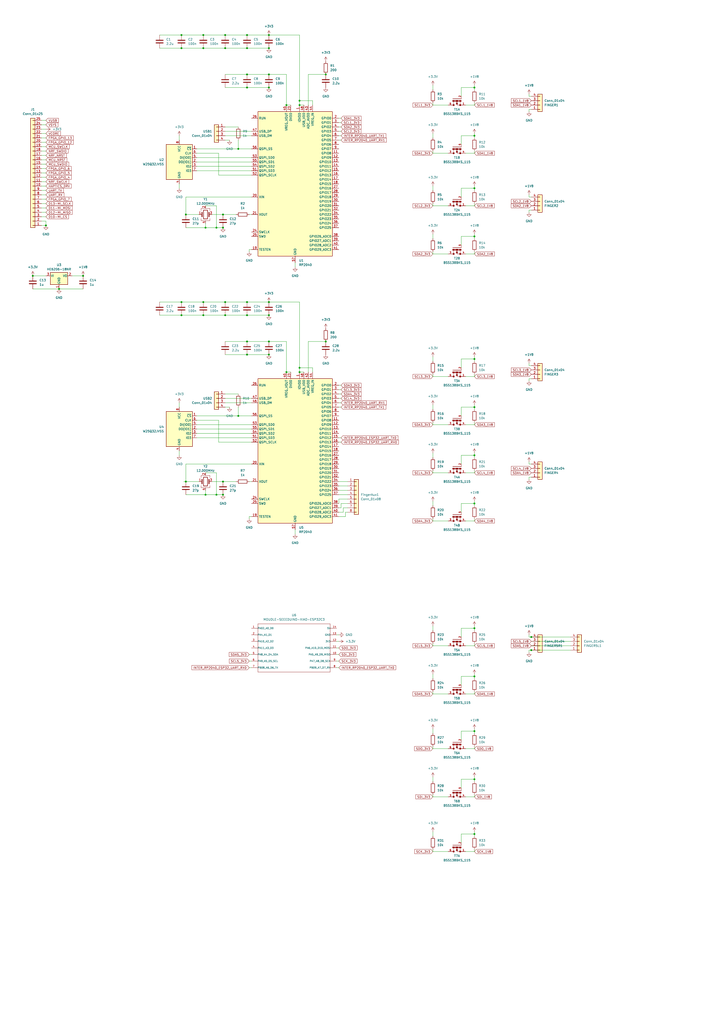
<source format=kicad_sch>
(kicad_sch (version 20230121) (generator eeschema)
  (paper "A2" portrait)
  (junction (at 107.95 124.46))
  (junction (at 107.95 279.4))
  (junction (at 125.73 287.02))
  (junction (at 166.37 60.96))
  (junction (at 275.59 137.16))
  (junction (at 173.99 213.36))
  (junction (at 119.38 287.02))
  (junction (at 130.81 182.88))
  (junction (at 138.43 241.3))
  (junction (at 143.51 205.74))
  (junction (at 166.37 215.9))
  (junction (at 308.61 377.19))
  (junction (at 275.59 78.74))
  (junction (at 275.59 483.87))
  (junction (at 275.59 452.12))
  (junction (at 105.41 182.88))
  (junction (at 105.41 20.32))
  (junction (at 118.11 182.88))
  (junction (at 275.59 208.28))
  (junction (at 143.51 20.32))
  (junction (at 118.11 175.26))
  (junction (at 105.41 175.26))
  (junction (at 308.61 369.57))
  (junction (at 173.99 58.42))
  (junction (at 129.54 124.46))
  (junction (at 173.99 215.9))
  (junction (at 156.21 198.12))
  (junction (at 156.21 27.94))
  (junction (at 156.21 50.8))
  (junction (at 130.81 27.94))
  (junction (at 275.59 392.43))
  (junction (at 34.29 167.64))
  (junction (at 156.21 182.88))
  (junction (at 125.73 132.08))
  (junction (at 143.51 50.8))
  (junction (at 275.59 264.16))
  (junction (at 119.38 132.08))
  (junction (at 26.67 130.81))
  (junction (at 275.59 50.8))
  (junction (at 143.51 175.26))
  (junction (at 105.41 27.94))
  (junction (at 129.54 279.4))
  (junction (at 48.26 160.02))
  (junction (at 275.59 364.49))
  (junction (at 129.54 132.08))
  (junction (at 173.99 60.96))
  (junction (at 130.81 20.32))
  (junction (at 143.51 182.88))
  (junction (at 156.21 43.18))
  (junction (at 189.23 43.18))
  (junction (at 156.21 205.74))
  (junction (at 156.21 20.32))
  (junction (at 118.11 27.94))
  (junction (at 189.23 198.12))
  (junction (at 275.59 424.18))
  (junction (at 138.43 86.36))
  (junction (at 143.51 198.12))
  (junction (at 275.59 109.22))
  (junction (at 143.51 27.94))
  (junction (at 129.54 287.02))
  (junction (at 19.05 160.02))
  (junction (at 143.51 43.18))
  (junction (at 275.59 292.1))
  (junction (at 156.21 175.26))
  (junction (at 130.81 175.26))
  (junction (at 118.11 20.32))
  (junction (at 275.59 236.22))
  (wire (pts (xy 275.59 107.95) (xy 275.59 109.22)))
  (wire (pts (xy 275.59 49.53) (xy 275.59 50.8)))
  (wire (pts (xy 129.54 279.4) (xy 137.16 279.4)))
  (wire (pts (xy 105.41 20.32) (xy 92.71 20.32)))
  (wire (pts (xy 275.59 135.89) (xy 275.59 137.16)))
  (wire (pts (xy 308.61 369.57) (xy 307.34 369.57)))
  (wire (pts (xy 130.81 20.32) (xy 118.11 20.32)))
  (wire (pts (xy 125.73 274.32) (xy 125.73 287.02)))
  (wire (pts (xy 270.51 274.32) (xy 275.59 274.32)))
  (wire (pts (xy 251.46 402.59) (xy 260.35 402.59)))
  (wire (pts (xy 270.51 494.03) (xy 275.59 494.03)))
  (wire (pts (xy 173.99 215.9) (xy 176.53 215.9)))
  (wire (pts (xy 196.85 78.74) (xy 198.12 78.74)))
  (wire (pts (xy 275.59 482.6) (xy 275.59 483.87)))
  (wire (pts (xy 114.3 243.84) (xy 127 243.84)))
  (wire (pts (xy 267.97 137.16) (xy 275.59 137.16)))
  (wire (pts (xy 251.46 461.01) (xy 251.46 462.28)))
  (wire (pts (xy 114.3 88.9) (xy 127 88.9)))
  (wire (pts (xy 251.46 60.96) (xy 260.35 60.96)))
  (wire (pts (xy 275.59 217.17) (xy 275.59 218.44)))
  (wire (pts (xy 107.95 287.02) (xy 119.38 287.02)))
  (wire (pts (xy 251.46 433.07) (xy 251.46 434.34)))
  (wire (pts (xy 270.51 246.38) (xy 275.59 246.38)))
  (wire (pts (xy 251.46 273.05) (xy 251.46 274.32)))
  (wire (pts (xy 24.13 82.55) (xy 26.67 82.55)))
  (wire (pts (xy 114.3 246.38) (xy 146.05 246.38)))
  (wire (pts (xy 130.81 78.74) (xy 146.05 78.74)))
  (wire (pts (xy 307.34 276.86) (xy 307.34 278.13)))
  (wire (pts (xy 275.59 290.83) (xy 275.59 292.1)))
  (wire (pts (xy 143.51 50.8) (xy 156.21 50.8)))
  (wire (pts (xy 251.46 450.85) (xy 251.46 453.39)))
  (wire (pts (xy 275.59 461.01) (xy 275.59 462.28)))
  (wire (pts (xy 130.81 236.22) (xy 133.35 236.22)))
  (wire (pts (xy 24.13 113.03) (xy 26.67 113.03)))
  (wire (pts (xy 92.71 182.88) (xy 105.41 182.88)))
  (wire (pts (xy 107.95 279.4) (xy 115.57 279.4)))
  (wire (pts (xy 123.19 279.4) (xy 129.54 279.4)))
  (wire (pts (xy 105.41 27.94) (xy 118.11 27.94)))
  (wire (pts (xy 251.46 119.38) (xy 260.35 119.38)))
  (wire (pts (xy 107.95 269.24) (xy 146.05 269.24)))
  (wire (pts (xy 307.34 121.92) (xy 307.34 123.19)))
  (wire (pts (xy 270.51 60.96) (xy 275.59 60.96)))
  (wire (pts (xy 275.59 273.05) (xy 275.59 274.32)))
  (wire (pts (xy 143.51 198.12) (xy 130.81 198.12)))
  (wire (pts (xy 119.38 287.02) (xy 125.73 287.02)))
  (wire (pts (xy 114.3 248.92) (xy 146.05 248.92)))
  (wire (pts (xy 123.19 124.46) (xy 129.54 124.46)))
  (wire (pts (xy 118.11 182.88) (xy 130.81 182.88)))
  (wire (pts (xy 267.97 364.49) (xy 275.59 364.49)))
  (wire (pts (xy 24.13 128.27) (xy 26.67 128.27)))
  (wire (pts (xy 19.05 160.02) (xy 26.67 160.02)))
  (wire (pts (xy 275.59 245.11) (xy 275.59 246.38)))
  (wire (pts (xy 173.99 213.36) (xy 173.99 215.9)))
  (wire (pts (xy 251.46 146.05) (xy 251.46 147.32)))
  (wire (pts (xy 270.51 119.38) (xy 275.59 119.38)))
  (wire (pts (xy 92.71 27.94) (xy 105.41 27.94)))
  (wire (pts (xy 173.99 213.36) (xy 181.61 213.36)))
  (wire (pts (xy 267.97 397.51) (xy 267.97 392.43)))
  (wire (pts (xy 107.95 114.3) (xy 107.95 124.46)))
  (wire (pts (xy 181.61 215.9) (xy 181.61 213.36)))
  (wire (pts (xy 251.46 274.32) (xy 260.35 274.32)))
  (wire (pts (xy 251.46 245.11) (xy 251.46 246.38)))
  (wire (pts (xy 24.13 110.49) (xy 26.67 110.49)))
  (wire (pts (xy 275.59 87.63) (xy 275.59 88.9)))
  (wire (pts (xy 308.61 377.19) (xy 307.34 377.19)))
  (wire (pts (xy 24.13 90.17) (xy 26.67 90.17)))
  (wire (pts (xy 195.58 375.92) (xy 196.85 375.92)))
  (wire (pts (xy 125.73 132.08) (xy 129.54 132.08)))
  (wire (pts (xy 199.39 297.18) (xy 199.39 294.64)))
  (wire (pts (xy 166.37 43.18) (xy 156.21 43.18)))
  (wire (pts (xy 308.61 121.92) (xy 307.34 121.92)))
  (wire (pts (xy 267.97 457.2) (xy 267.97 452.12)))
  (wire (pts (xy 307.34 269.24) (xy 307.34 267.97)))
  (wire (pts (xy 119.38 132.08) (xy 125.73 132.08)))
  (wire (pts (xy 307.34 377.19) (xy 307.34 378.46)))
  (wire (pts (xy 275.59 492.76) (xy 275.59 494.03)))
  (wire (pts (xy 251.46 373.38) (xy 251.46 374.65)))
  (wire (pts (xy 251.46 118.11) (xy 251.46 119.38)))
  (wire (pts (xy 127 101.6) (xy 146.05 101.6)))
  (wire (pts (xy 198.12 231.14) (xy 196.85 231.14)))
  (wire (pts (xy 267.97 424.18) (xy 275.59 424.18)))
  (wire (pts (xy 270.51 374.65) (xy 275.59 374.65)))
  (wire (pts (xy 156.21 198.12) (xy 143.51 198.12)))
  (wire (pts (xy 198.12 223.52) (xy 196.85 223.52)))
  (wire (pts (xy 267.97 55.88) (xy 267.97 50.8)))
  (wire (pts (xy 251.46 374.65) (xy 260.35 374.65)))
  (wire (pts (xy 114.3 254) (xy 146.05 254)))
  (wire (pts (xy 307.34 114.3) (xy 307.34 113.03)))
  (wire (pts (xy 104.14 233.68) (xy 104.14 236.22)))
  (wire (pts (xy 129.54 124.46) (xy 137.16 124.46)))
  (wire (pts (xy 198.12 76.2) (xy 196.85 76.2)))
  (wire (pts (xy 24.13 105.41) (xy 26.67 105.41)))
  (wire (pts (xy 144.78 299.72) (xy 146.05 299.72)))
  (wire (pts (xy 275.59 292.1) (xy 275.59 293.37)))
  (wire (pts (xy 105.41 182.88) (xy 118.11 182.88)))
  (wire (pts (xy 275.59 234.95) (xy 275.59 236.22)))
  (wire (pts (xy 24.13 120.65) (xy 26.67 120.65)))
  (wire (pts (xy 130.81 231.14) (xy 146.05 231.14)))
  (wire (pts (xy 171.45 307.34) (xy 171.45 309.88)))
  (wire (pts (xy 156.21 20.32) (xy 143.51 20.32)))
  (wire (pts (xy 270.51 218.44) (xy 275.59 218.44)))
  (wire (pts (xy 251.46 290.83) (xy 251.46 293.37)))
  (wire (pts (xy 130.81 228.6) (xy 138.43 228.6)))
  (wire (pts (xy 143.51 20.32) (xy 130.81 20.32)))
  (wire (pts (xy 275.59 109.22) (xy 275.59 110.49)))
  (wire (pts (xy 251.46 88.9) (xy 260.35 88.9)))
  (wire (pts (xy 130.81 76.2) (xy 146.05 76.2)))
  (wire (pts (xy 251.46 217.17) (xy 251.46 218.44)))
  (wire (pts (xy 275.59 364.49) (xy 275.59 365.76)))
  (wire (pts (xy 144.78 144.78) (xy 146.05 144.78)))
  (wire (pts (xy 275.59 401.32) (xy 275.59 402.59)))
  (wire (pts (xy 251.46 482.6) (xy 251.46 485.14)))
  (wire (pts (xy 143.51 205.74) (xy 156.21 205.74)))
  (wire (pts (xy 196.85 256.54) (xy 198.12 256.54)))
  (wire (pts (xy 114.3 96.52) (xy 146.05 96.52)))
  (wire (pts (xy 196.85 233.68) (xy 198.12 233.68)))
  (wire (pts (xy 19.05 167.64) (xy 34.29 167.64)))
  (wire (pts (xy 275.59 483.87) (xy 275.59 485.14)))
  (wire (pts (xy 24.13 118.11) (xy 26.67 118.11)))
  (wire (pts (xy 130.81 182.88) (xy 143.51 182.88)))
  (wire (pts (xy 270.51 402.59) (xy 275.59 402.59)))
  (wire (pts (xy 24.13 77.47) (xy 26.67 77.47)))
  (wire (pts (xy 198.12 71.12) (xy 196.85 71.12)))
  (wire (pts (xy 267.97 369.57) (xy 267.97 364.49)))
  (wire (pts (xy 181.61 60.96) (xy 181.61 58.42)))
  (wire (pts (xy 275.59 146.05) (xy 275.59 147.32)))
  (wire (pts (xy 166.37 198.12) (xy 166.37 215.9)))
  (wire (pts (xy 196.85 299.72) (xy 200.66 299.72)))
  (wire (pts (xy 251.46 302.26) (xy 260.35 302.26)))
  (wire (pts (xy 196.85 279.4) (xy 201.93 279.4)))
  (wire (pts (xy 24.13 125.73) (xy 26.67 125.73)))
  (wire (pts (xy 275.59 137.16) (xy 275.59 138.43)))
  (wire (pts (xy 144.78 279.4) (xy 146.05 279.4)))
  (wire (pts (xy 198.12 292.1) (xy 201.93 292.1)))
  (wire (pts (xy 195.58 387.35) (xy 196.85 387.35)))
  (wire (pts (xy 196.85 254) (xy 198.12 254)))
  (wire (pts (xy 130.81 73.66) (xy 138.43 73.66)))
  (wire (pts (xy 251.46 77.47) (xy 251.46 80.01)))
  (wire (pts (xy 251.46 494.03) (xy 260.35 494.03)))
  (wire (pts (xy 24.13 87.63) (xy 26.67 87.63)))
  (wire (pts (xy 307.34 63.5) (xy 307.34 64.77)))
  (wire (pts (xy 275.59 433.07) (xy 275.59 434.34)))
  (wire (pts (xy 270.51 302.26) (xy 275.59 302.26)))
  (wire (pts (xy 196.85 236.22) (xy 198.12 236.22)))
  (wire (pts (xy 179.07 198.12) (xy 189.23 198.12)))
  (wire (pts (xy 125.73 119.38) (xy 125.73 132.08)))
  (wire (pts (xy 179.07 43.18) (xy 189.23 43.18)))
  (wire (pts (xy 267.97 50.8) (xy 275.59 50.8)))
  (wire (pts (xy 195.58 379.73) (xy 196.85 379.73)))
  (wire (pts (xy 308.61 372.11) (xy 331.47 372.11)))
  (wire (pts (xy 251.46 391.16) (xy 251.46 393.7)))
  (wire (pts (xy 107.95 124.46) (xy 115.57 124.46)))
  (wire (pts (xy 156.21 198.12) (xy 166.37 198.12)))
  (wire (pts (xy 196.85 297.18) (xy 199.39 297.18)))
  (wire (pts (xy 198.12 226.06) (xy 196.85 226.06)))
  (wire (pts (xy 143.51 43.18) (xy 130.81 43.18)))
  (wire (pts (xy 179.07 198.12) (xy 179.07 215.9)))
  (wire (pts (xy 144.78 379.73) (xy 146.05 379.73)))
  (wire (pts (xy 144.78 124.46) (xy 146.05 124.46)))
  (wire (pts (xy 251.46 262.89) (xy 251.46 265.43)))
  (wire (pts (xy 275.59 77.47) (xy 275.59 78.74)))
  (wire (pts (xy 119.38 284.48) (xy 119.38 287.02)))
  (wire (pts (xy 127 256.54) (xy 146.05 256.54)))
  (wire (pts (xy 275.59 391.16) (xy 275.59 392.43)))
  (wire (pts (xy 308.61 212.09) (xy 307.34 212.09)))
  (wire (pts (xy 156.21 43.18) (xy 143.51 43.18)))
  (wire (pts (xy 24.13 100.33) (xy 26.67 100.33)))
  (wire (pts (xy 251.46 107.95) (xy 251.46 110.49)))
  (wire (pts (xy 308.61 377.19) (xy 331.47 377.19)))
  (wire (pts (xy 130.81 233.68) (xy 146.05 233.68)))
  (wire (pts (xy 144.78 300.99) (xy 144.78 299.72)))
  (wire (pts (xy 251.46 492.76) (xy 251.46 494.03)))
  (wire (pts (xy 251.46 218.44) (xy 260.35 218.44)))
  (wire (pts (xy 307.34 212.09) (xy 307.34 210.82)))
  (wire (pts (xy 308.61 114.3) (xy 307.34 114.3)))
  (wire (pts (xy 267.97 114.3) (xy 267.97 109.22)))
  (wire (pts (xy 24.13 115.57) (xy 26.67 115.57)))
  (wire (pts (xy 275.59 264.16) (xy 275.59 265.43)))
  (wire (pts (xy 267.97 241.3) (xy 267.97 236.22)))
  (wire (pts (xy 251.46 59.69) (xy 251.46 60.96)))
  (wire (pts (xy 138.43 81.28) (xy 138.43 86.36)))
  (wire (pts (xy 104.14 78.74) (xy 104.14 81.28)))
  (wire (pts (xy 267.97 269.24) (xy 267.97 264.16)))
  (wire (pts (xy 270.51 147.32) (xy 275.59 147.32)))
  (wire (pts (xy 114.3 99.06) (xy 146.05 99.06)))
  (wire (pts (xy 196.85 289.56) (xy 201.93 289.56)))
  (wire (pts (xy 307.34 219.71) (xy 307.34 220.98)))
  (wire (pts (xy 166.37 43.18) (xy 166.37 60.96)))
  (wire (pts (xy 275.59 118.11) (xy 275.59 119.38)))
  (wire (pts (xy 173.99 20.32) (xy 173.99 58.42)))
  (wire (pts (xy 143.51 182.88) (xy 156.21 182.88)))
  (wire (pts (xy 26.67 74.93) (xy 24.13 74.93)))
  (wire (pts (xy 114.3 91.44) (xy 146.05 91.44)))
  (wire (pts (xy 173.99 175.26) (xy 173.99 213.36)))
  (wire (pts (xy 24.13 123.19) (xy 26.67 123.19)))
  (wire (pts (xy 125.73 287.02) (xy 129.54 287.02)))
  (wire (pts (xy 270.51 434.34) (xy 275.59 434.34)))
  (wire (pts (xy 198.12 228.6) (xy 196.85 228.6)))
  (wire (pts (xy 196.85 287.02) (xy 201.93 287.02)))
  (wire (pts (xy 196.85 368.3) (xy 195.58 368.3)))
  (wire (pts (xy 118.11 27.94) (xy 130.81 27.94)))
  (wire (pts (xy 144.78 387.35) (xy 146.05 387.35)))
  (wire (pts (xy 251.46 147.32) (xy 260.35 147.32)))
  (wire (pts (xy 198.12 68.58) (xy 196.85 68.58)))
  (wire (pts (xy 200.66 297.18) (xy 201.93 297.18)))
  (wire (pts (xy 275.59 78.74) (xy 275.59 80.01)))
  (wire (pts (xy 198.12 294.64) (xy 198.12 292.1)))
  (wire (pts (xy 24.13 97.79) (xy 26.67 97.79)))
  (wire (pts (xy 251.46 234.95) (xy 251.46 237.49)))
  (wire (pts (xy 275.59 50.8) (xy 275.59 52.07)))
  (wire (pts (xy 24.13 72.39) (xy 26.67 72.39)))
  (wire (pts (xy 107.95 269.24) (xy 107.95 279.4)))
  (wire (pts (xy 270.51 462.28) (xy 275.59 462.28)))
  (wire (pts (xy 104.14 106.68) (xy 104.14 109.22)))
  (wire (pts (xy 270.51 88.9) (xy 275.59 88.9)))
  (wire (pts (xy 179.07 43.18) (xy 179.07 60.96)))
  (wire (pts (xy 267.97 109.22) (xy 275.59 109.22)))
  (wire (pts (xy 308.61 63.5) (xy 307.34 63.5)))
  (wire (pts (xy 267.97 208.28) (xy 275.59 208.28)))
  (wire (pts (xy 196.85 294.64) (xy 198.12 294.64)))
  (wire (pts (xy 119.38 129.54) (xy 119.38 132.08)))
  (wire (pts (xy 267.97 292.1) (xy 275.59 292.1)))
  (wire (pts (xy 173.99 60.96) (xy 176.53 60.96)))
  (wire (pts (xy 173.99 58.42) (xy 173.99 60.96)))
  (wire (pts (xy 114.3 93.98) (xy 146.05 93.98)))
  (wire (pts (xy 251.46 401.32) (xy 251.46 402.59)))
  (wire (pts (xy 275.59 373.38) (xy 275.59 374.65)))
  (wire (pts (xy 251.46 422.91) (xy 251.46 425.45)))
  (wire (pts (xy 127 243.84) (xy 127 256.54)))
  (wire (pts (xy 196.85 284.48) (xy 201.93 284.48)))
  (wire (pts (xy 156.21 20.32) (xy 173.99 20.32)))
  (wire (pts (xy 275.59 422.91) (xy 275.59 424.18)))
  (wire (pts (xy 308.61 269.24) (xy 307.34 269.24)))
  (wire (pts (xy 173.99 58.42) (xy 181.61 58.42)))
  (wire (pts (xy 275.59 450.85) (xy 275.59 452.12)))
  (wire (pts (xy 275.59 207.01) (xy 275.59 208.28)))
  (wire (pts (xy 144.78 383.54) (xy 146.05 383.54)))
  (wire (pts (xy 275.59 262.89) (xy 275.59 264.16)))
  (wire (pts (xy 195.58 383.54) (xy 196.85 383.54)))
  (wire (pts (xy 143.51 27.94) (xy 156.21 27.94)))
  (wire (pts (xy 24.13 130.81) (xy 26.67 130.81)))
  (wire (pts (xy 114.3 251.46) (xy 146.05 251.46)))
  (wire (pts (xy 251.46 462.28) (xy 260.35 462.28)))
  (wire (pts (xy 267.97 392.43) (xy 275.59 392.43)))
  (wire (pts (xy 143.51 175.26) (xy 130.81 175.26)))
  (wire (pts (xy 199.39 294.64) (xy 201.93 294.64)))
  (wire (pts (xy 24.13 107.95) (xy 26.67 107.95)))
  (wire (pts (xy 130.81 50.8) (xy 143.51 50.8)))
  (wire (pts (xy 267.97 488.95) (xy 267.97 483.87)))
  (wire (pts (xy 251.46 135.89) (xy 251.46 138.43)))
  (wire (pts (xy 307.34 55.88) (xy 307.34 54.61)))
  (wire (pts (xy 251.46 300.99) (xy 251.46 302.26)))
  (wire (pts (xy 251.46 49.53) (xy 251.46 52.07)))
  (wire (pts (xy 119.38 119.38) (xy 125.73 119.38)))
  (wire (pts (xy 118.11 175.26) (xy 105.41 175.26)))
  (wire (pts (xy 156.21 175.26) (xy 143.51 175.26)))
  (wire (pts (xy 267.97 452.12) (xy 275.59 452.12)))
  (wire (pts (xy 251.46 207.01) (xy 251.46 209.55)))
  (wire (pts (xy 146.05 114.3) (xy 107.95 114.3)))
  (wire (pts (xy 267.97 297.18) (xy 267.97 292.1)))
  (wire (pts (xy 275.59 363.22) (xy 275.59 364.49)))
  (wire (pts (xy 107.95 132.08) (xy 119.38 132.08)))
  (wire (pts (xy 24.13 95.25) (xy 26.67 95.25)))
  (wire (pts (xy 308.61 374.65) (xy 331.47 374.65)))
  (wire (pts (xy 198.12 73.66) (xy 196.85 73.66)))
  (wire (pts (xy 275.59 59.69) (xy 275.59 60.96)))
  (wire (pts (xy 138.43 86.36) (xy 146.05 86.36)))
  (wire (pts (xy 267.97 483.87) (xy 275.59 483.87)))
  (wire (pts (xy 118.11 20.32) (xy 105.41 20.32)))
  (wire (pts (xy 275.59 424.18) (xy 275.59 425.45)))
  (wire (pts (xy 24.13 102.87) (xy 26.67 102.87)))
  (wire (pts (xy 196.85 281.94) (xy 201.93 281.94)))
  (wire (pts (xy 267.97 78.74) (xy 275.59 78.74)))
  (wire (pts (xy 144.78 146.05) (xy 144.78 144.78)))
  (wire (pts (xy 267.97 429.26) (xy 267.97 424.18)))
  (wire (pts (xy 267.97 83.82) (xy 267.97 78.74)))
  (wire (pts (xy 267.97 142.24) (xy 267.97 137.16)))
  (wire (pts (xy 275.59 452.12) (xy 275.59 453.39)))
  (wire (pts (xy 251.46 363.22) (xy 251.46 365.76)))
  (wire (pts (xy 275.59 300.99) (xy 275.59 302.26)))
  (wire (pts (xy 275.59 208.28) (xy 275.59 209.55)))
  (wire (pts (xy 267.97 213.36) (xy 267.97 208.28)))
  (wire (pts (xy 200.66 299.72) (xy 200.66 297.18)))
  (wire (pts (xy 138.43 236.22) (xy 138.43 241.3)))
  (wire (pts (xy 107.95 279.4) (xy 106.68 279.4)))
  (wire (pts (xy 24.13 85.09) (xy 26.67 85.09)))
  (wire (pts (xy 267.97 236.22) (xy 275.59 236.22)))
  (wire (pts (xy 196.85 292.1) (xy 196.85 289.56)))
  (wire (pts (xy 196.85 81.28) (xy 198.12 81.28)))
  (wire (pts (xy 251.46 246.38) (xy 260.35 246.38)))
  (wire (pts (xy 251.46 434.34) (xy 260.35 434.34)))
  (wire (pts (xy 251.46 87.63) (xy 251.46 88.9)))
  (wire (pts (xy 127 88.9) (xy 127 101.6)))
  (wire (pts (xy 130.81 81.28) (xy 133.35 81.28)))
  (wire (pts (xy 114.3 86.36) (xy 138.43 86.36)))
  (wire (pts (xy 138.43 241.3) (xy 146.05 241.3)))
  (wire (pts (xy 114.3 241.3) (xy 138.43 241.3)))
  (wire (pts (xy 130.81 27.94) (xy 143.51 27.94)))
  (wire (pts (xy 26.67 128.27) (xy 26.67 130.81)))
  (wire (pts (xy 119.38 274.32) (xy 125.73 274.32)))
  (wire (pts (xy 267.97 264.16) (xy 275.59 264.16)))
  (wire (pts (xy 307.34 369.57) (xy 307.34 368.3)))
  (wire (pts (xy 24.13 92.71) (xy 26.67 92.71)))
  (wire (pts (xy 308.61 369.57) (xy 331.47 369.57)))
  (wire (pts (xy 104.14 261.62) (xy 104.14 264.16)))
  (wire (pts (xy 130.81 205.74) (xy 143.51 205.74)))
  (wire (pts (xy 171.45 152.4) (xy 171.45 154.94)))
  (wire (pts (xy 275.59 236.22) (xy 275.59 237.49)))
  (wire (pts (xy 195.58 372.11) (xy 196.85 372.11)))
  (wire (pts (xy 105.41 175.26) (xy 92.71 175.26)))
  (wire (pts (xy 24.13 69.85) (xy 26.67 69.85)))
  (wire (pts (xy 130.81 175.26) (xy 118.11 175.26)))
  (wire (pts (xy 308.61 219.71) (xy 307.34 219.71)))
  (wire (pts (xy 166.37 60.96) (xy 168.91 60.96)))
  (wire (pts (xy 156.21 175.26) (xy 173.99 175.26)))
  (wire (pts (xy 275.59 392.43) (xy 275.59 393.7)))
  (wire (pts (xy 308.61 276.86) (xy 307.34 276.86)))
  (wire (pts (xy 24.13 80.01) (xy 26.67 80.01)))
  (wire (pts (xy 34.29 167.64) (xy 48.26 167.64)))
  (wire (pts (xy 308.61 55.88) (xy 307.34 55.88)))
  (wire (pts (xy 41.91 160.02) (xy 48.26 160.02)))
  (wire (pts (xy 166.37 215.9) (xy 168.91 215.9)))
  (global_label "SCK_3V3" (shape input) (at 251.46 494.03 180) (property "Intersheetrefs" "${INTERSHEET_REFS}" (effects hide)))
  (global_label "NRF_SWDIO" (shape input) (at 26.67 87.63 0) (property "Intersheetrefs" "${INTERSHEET_REFS}" (effects hide)))
  (global_label "SDA4_1V8" (shape input) (at 275.59 302.26 0) (property "Intersheetrefs" "${INTERSHEET_REFS}" (effects hide)))
  (global_label "SDA1_1V8" (shape input) (at 308.61 60.96 180) (property "Intersheetrefs" "${INTERSHEET_REFS}" (effects hide)))
  (global_label "SDA4_3V3" (shape input) (at 251.46 302.26 180) (property "Intersheetrefs" "${INTERSHEET_REFS}" (effects hide)))
  (global_label "SDA2_1V8" (shape input) (at 275.59 147.32 0) (property "Intersheetrefs" "${INTERSHEET_REFS}" (effects hide)))
  (global_label "D10-MI_CS" (shape input) (at 26.67 125.73 0) (property "Intersheetrefs" "${INTERSHEET_REFS}" (effects hide)))
  (global_label "MCU_NRST" (shape input) (at 26.67 92.71 0) (property "Intersheetrefs" "${INTERSHEET_REFS}" (effects hide)))
  (global_label "SCL5_1V8" (shape input) (at 275.59 374.65 0) (property "Intersheetrefs" "${INTERSHEET_REFS}" (effects hide)))
  (global_label "SDI_1V8" (shape input) (at 275.59 462.28 0) (property "Intersheetrefs" "${INTERSHEET_REFS}" (effects hide)))
  (global_label "D12-MI_MISO" (shape input) (at 26.67 123.19 0) (property "Intersheetrefs" "${INTERSHEET_REFS}" (effects hide)))
  (global_label "NRF_SWCLK" (shape input) (at 26.67 105.41 0) (property "Intersheetrefs" "${INTERSHEET_REFS}" (effects hide)))
  (global_label "SCL1_1V8" (shape input) (at 275.59 60.96 0) (property "Intersheetrefs" "${INTERSHEET_REFS}" (effects hide)))
  (global_label "SCL3_3V3" (shape input) (at 198.12 226.06 0) (property "Intersheetrefs" "${INTERSHEET_REFS}" (effects hide)))
  (global_label "UART_TX" (shape input) (at 26.67 110.49 0) (property "Intersheetrefs" "${INTERSHEET_REFS}" (effects hide)))
  (global_label "VSYS" (shape input) (at 26.67 72.39 0) (property "Intersheetrefs" "${INTERSHEET_REFS}" (effects hide)))
  (global_label "SDI_3V3" (shape input) (at 196.85 379.73 0) (property "Intersheetrefs" "${INTERSHEET_REFS}" (effects hide)))
  (global_label "SDA3_3V3" (shape input) (at 198.12 223.52 0) (property "Intersheetrefs" "${INTERSHEET_REFS}" (effects hide)))
  (global_label "SCL1_3V3" (shape input) (at 251.46 60.96 180) (property "Intersheetrefs" "${INTERSHEET_REFS}" (effects hide)))
  (global_label "INTER_RP2040_ESP32_UART_RX0" (shape input) (at 198.12 256.54 0) (property "Intersheetrefs" "${INTERSHEET_REFS}" (effects hide)))
  (global_label "INTER_RP2040_ESP32_UART_TX0" (shape input) (at 196.85 387.35 0) (property "Intersheetrefs" "${INTERSHEET_REFS}" (effects hide)))
  (global_label "SCL5_3V3" (shape input) (at 144.78 383.54 180) (property "Intersheetrefs" "${INTERSHEET_REFS}" (effects hide)))
  (global_label "SCL4_3V3" (shape input) (at 251.46 274.32 180) (property "Intersheetrefs" "${INTERSHEET_REFS}" (effects hide)))
  (global_label "INTER_RP2040_UART_RX1" (shape input) (at 198.12 81.28 0) (property "Intersheetrefs" "${INTERSHEET_REFS}" (effects hide)))
  (global_label "SCL3_3V3" (shape input) (at 251.46 218.44 180) (property "Intersheetrefs" "${INTERSHEET_REFS}" (effects hide)))
  (global_label "SCL5_3V3" (shape input) (at 251.46 374.65 180) (property "Intersheetrefs" "${INTERSHEET_REFS}" (effects hide)))
  (global_label "SCL2_1V8" (shape input) (at 308.61 116.84 180) (property "Intersheetrefs" "${INTERSHEET_REFS}" (effects hide)))
  (global_label "SCL2_3V3" (shape input) (at 251.46 119.38 180) (property "Intersheetrefs" "${INTERSHEET_REFS}" (effects hide)))
  (global_label "SDA3_1V8" (shape input) (at 275.59 246.38 0) (property "Intersheetrefs" "${INTERSHEET_REFS}" (effects hide)))
  (global_label "INTER_RP2040_UART_TX1" (shape input) (at 198.12 78.74 0) (property "Intersheetrefs" "${INTERSHEET_REFS}" (effects hide)))
  (global_label "SDA4_3V3" (shape input) (at 198.12 228.6 0) (property "Intersheetrefs" "${INTERSHEET_REFS}" (effects hide)))
  (global_label "D13-MI_SCLK" (shape input) (at 26.67 118.11 0) (property "Intersheetrefs" "${INTERSHEET_REFS}" (effects hide)))
  (global_label "SDA5_1V8" (shape input) (at 308.61 374.65 180) (property "Intersheetrefs" "${INTERSHEET_REFS}" (effects hide)))
  (global_label "SDA3_3V3" (shape input) (at 251.46 246.38 180) (property "Intersheetrefs" "${INTERSHEET_REFS}" (effects hide)))
  (global_label "INTER_RP2040_ESP32_UART_TX0" (shape input) (at 198.12 254 0) (property "Intersheetrefs" "${INTERSHEET_REFS}" (effects hide)))
  (global_label "INTER_RP2040_UART_RX1" (shape input) (at 198.12 233.68 0) (property "Intersheetrefs" "${INTERSHEET_REFS}" (effects hide)))
  (global_label "SDA5_1V8" (shape input) (at 275.59 402.59 0) (property "Intersheetrefs" "${INTERSHEET_REFS}" (effects hide)))
  (global_label "SDA5_3V3" (shape input) (at 144.78 379.73 180) (property "Intersheetrefs" "${INTERSHEET_REFS}" (effects hide)))
  (global_label "UART_RX" (shape input) (at 26.67 113.03 0) (property "Intersheetrefs" "${INTERSHEET_REFS}" (effects hide)))
  (global_label "D11-MI_MOSI" (shape input) (at 26.67 120.65 0) (property "Intersheetrefs" "${INTERSHEET_REFS}" (effects hide)))
  (global_label "FPGA_GPIO_6" (shape input) (at 26.67 97.79 0) (property "Intersheetrefs" "${INTERSHEET_REFS}" (effects hide)))
  (global_label "SCK_1V8" (shape input) (at 275.59 494.03 0) (property "Intersheetrefs" "${INTERSHEET_REFS}" (effects hide)))
  (global_label "SCL3_1V8" (shape input) (at 275.59 218.44 0) (property "Intersheetrefs" "${INTERSHEET_REFS}" (effects hide)))
  (global_label "SDA2_3V3" (shape input) (at 198.12 73.66 0) (property "Intersheetrefs" "${INTERSHEET_REFS}" (effects hide)))
  (global_label "SDA1_1V8" (shape input) (at 275.59 88.9 0) (property "Intersheetrefs" "${INTERSHEET_REFS}" (effects hide)))
  (global_label "FPGA_GPIO_13" (shape input) (at 26.67 80.01 0) (property "Intersheetrefs" "${INTERSHEET_REFS}" (effects hide)))
  (global_label "SCL2_3V3" (shape input) (at 198.12 76.2 0) (property "Intersheetrefs" "${INTERSHEET_REFS}" (effects hide)))
  (global_label "SCL1_3V3" (shape input) (at 198.12 71.12 0) (property "Intersheetrefs" "${INTERSHEET_REFS}" (effects hide)))
  (global_label "SDO_1V8" (shape input) (at 275.59 434.34 0) (property "Intersheetrefs" "${INTERSHEET_REFS}" (effects hide)))
  (global_label "SCL4_1V8" (shape input) (at 308.61 271.78 180) (property "Intersheetrefs" "${INTERSHEET_REFS}" (effects hide)))
  (global_label "MCU_SWCLK" (shape input) (at 26.67 85.09 0) (property "Intersheetrefs" "${INTERSHEET_REFS}" (effects hide)))
  (global_label "SDA1_3V3" (shape input) (at 198.12 68.58 0) (property "Intersheetrefs" "${INTERSHEET_REFS}" (effects hide)))
  (global_label "SCL4_3V3" (shape input) (at 198.12 231.14 0) (property "Intersheetrefs" "${INTERSHEET_REFS}" (effects hide)))
  (global_label "INTER_RP2040_UART_TX1" (shape input) (at 198.12 236.22 0) (property "Intersheetrefs" "${INTERSHEET_REFS}" (effects hide)))
  (global_label "SCK_3V3" (shape input) (at 196.85 383.54 0) (property "Intersheetrefs" "${INTERSHEET_REFS}" (effects hide)))
  (global_label "SDA4_1V8" (shape input) (at 308.61 274.32 180) (property "Intersheetrefs" "${INTERSHEET_REFS}" (effects hide)))
  (global_label "SDA2_1V8" (shape input) (at 308.61 119.38 180) (property "Intersheetrefs" "${INTERSHEET_REFS}" (effects hide)))
  (global_label "FPGA_GPIO_12" (shape input) (at 26.67 82.55 0) (property "Intersheetrefs" "${INTERSHEET_REFS}" (effects hide)))
  (global_label "FPGA_GPIO_4" (shape input) (at 26.67 102.87 0) (property "Intersheetrefs" "${INTERSHEET_REFS}" (effects hide)))
  (global_label "SDA1_3V3" (shape input) (at 251.46 88.9 180) (property "Intersheetrefs" "${INTERSHEET_REFS}" (effects hide)))
  (global_label "FPGA_GPIO_7" (shape input) (at 26.67 115.57 0) (property "Intersheetrefs" "${INTERSHEET_REFS}" (effects hide)))
  (global_label "SCL3_1V8" (shape input) (at 308.61 214.63 180) (property "Intersheetrefs" "${INTERSHEET_REFS}" (effects hide)))
  (global_label "SDA3_1V8" (shape input) (at 308.61 217.17 180) (property "Intersheetrefs" "${INTERSHEET_REFS}" (effects hide)))
  (global_label "INTER_RP2040_ESP32_UART_RX0" (shape input) (at 144.78 387.35 180) (property "Intersheetrefs" "${INTERSHEET_REFS}" (effects hide)))
  (global_label "HAPTICS_DRV" (shape input) (at 26.67 107.95 0) (property "Intersheetrefs" "${INTERSHEET_REFS}" (effects hide)))
  (global_label "SDO_3V3" (shape input) (at 196.85 375.92 0) (property "Intersheetrefs" "${INTERSHEET_REFS}" (effects hide)))
  (global_label "VUSB" (shape input) (at 26.67 69.85 0) (property "Intersheetrefs" "${INTERSHEET_REFS}" (effects hide)))
  (global_label "SCL4_1V8" (shape input) (at 275.59 274.32 0) (property "Intersheetrefs" "${INTERSHEET_REFS}" (effects hide)))
  (global_label "MCU_SWDIO" (shape input) (at 26.67 95.25 0) (property "Intersheetrefs" "${INTERSHEET_REFS}" (effects hide)))
  (global_label "FPGA_GPIO_5" (shape input) (at 26.67 100.33 0) (property "Intersheetrefs" "${INTERSHEET_REFS}" (effects hide)))
  (global_label "SDO_3V3" (shape input) (at 251.46 434.34 180) (property "Intersheetrefs" "${INTERSHEET_REFS}" (effects hide)))
  (global_label "SCL5_1V8" (shape input) (at 308.61 372.11 180) (property "Intersheetrefs" "${INTERSHEET_REFS}" (effects hide)))
  (global_label "SDA5_3V3" (shape input) (at 251.46 402.59 180) (property "Intersheetrefs" "${INTERSHEET_REFS}" (effects hide)))
  (global_label "VCORE" (shape input) (at 26.67 77.47 0) (property "Intersheetrefs" "${INTERSHEET_REFS}" (effects hide)))
  (global_label "SCL2_1V8" (shape input) (at 275.59 119.38 0) (property "Intersheetrefs" "${INTERSHEET_REFS}" (effects hide)))
  (global_label "NRF_NRST" (shape input) (at 26.67 90.17 0) (property "Intersheetrefs" "${INTERSHEET_REFS}" (effects hide)))
  (global_label "SDA2_3V3" (shape input) (at 251.46 147.32 180) (property "Intersheetrefs" "${INTERSHEET_REFS}" (effects hide)))
  (global_label "SCL1_1V8" (shape input) (at 308.61 58.42 180) (property "Intersheetrefs" "${INTERSHEET_REFS}" (effects hide)))
  (global_label "SDI_3V3" (shape input) (at 251.46 462.28 180) (property "Intersheetrefs" "${INTERSHEET_REFS}" (effects hide)))
  (symbol (lib_id "power:GND") (at 307.34 64.77 0) (unit 1)
    (property "Reference" "#PWR048" (effects hide))
    (property "Value" "GND" (at 307.34 69.85 0))
  )
  (symbol (lib_id "Connector_Generic:Conn_01x04") (at 313.69 119.38 0) (mirror x) (unit 1)
    (property "Reference" "FINGER2" (at 316.23 119.38 0) (effects (justify left)))
    (property "Value" "Conn_01x04" (at 316.23 116.84 0) (effects (justify left)))
    (property "Footprint" "Connector_JST:JST_SH_SM04B-SRSS-TB_1x04-1MP_P1.00mm_Horizontal" (effects hide))
  )
  (symbol (lib_id "power:GND") (at 307.34 123.19 0) (unit 1)
    (property "Reference" "#PWR049" (effects hide))
    (property "Value" "GND" (at 307.34 128.27 0))
  )
  (symbol (lib_id "Device:R") (at 189.23 39.37 0) (unit 1)
    (property "Reference" "R1" (at 191.77 38.1 0) (effects (justify left)))
    (property "Value" "200" (at 191.77 40.64 0) (effects (justify left)))
    (property "Footprint" "Resistor_SMD:R_0402_1005Metric" (effects hide))
  )
  (symbol (lib_id "Device:R") (at 251.46 429.26 0) (unit 1)
    (property "Reference" "R27" (at 254 427.99 0) (effects (justify left)))
    (property "Value" "10k" (at 254 430.53 0) (effects (justify left)))
    (property "Footprint" "Resistor_SMD:R_0201_0603Metric" (effects hide))
  )
  (symbol (lib_id "power:+3.3V") (at 19.05 160.02 0) (unit 1)
    (property "Reference" "#PWR015" (effects hide))
    (property "Value" "+3.3V" (at 19.05 154.94 0))
  )
  (symbol (lib_id "power:GND") (at 144.78 146.05 0) (unit 1)
    (property "Reference" "#PWR05" (effects hide))
    (property "Value" "GND" (at 144.78 151.13 0))
  )
  (symbol (lib_id "Device:R") (at 251.46 55.88 0) (unit 1)
    (property "Reference" "R3" (at 254 54.61 0) (effects (justify left)))
    (property "Value" "10k" (at 254 57.15 0) (effects (justify left)))
    (property "Footprint" "Resistor_SMD:R_0201_0603Metric" (effects hide))
  )
  (symbol (lib_id "Device:C") (at 92.71 179.07 0) (unit 1)
    (property "Reference" "C17" (at 96.52 177.8 0) (effects (justify left)))
    (property "Value" "2.2u" (at 96.52 180.34 0) (effects (justify left)))
    (property "Footprint" "Capacitor_SMD:C_0402_1005Metric" (effects hide))
  )
  (symbol (lib_id "Device:R") (at 275.59 397.51 0) (unit 1)
    (property "Reference" "R26" (at 278.13 396.24 0) (effects (justify left)))
    (property "Value" "10k" (at 278.13 398.78 0) (effects (justify left)))
    (property "Footprint" "Resistor_SMD:R_0201_0603Metric" (effects hide))
  )
  (symbol (lib_id "power:GND") (at 26.67 130.81 0) (unit 1)
    (property "Reference" "#PWR02" (effects hide))
    (property "Value" "GND" (at 26.67 135.89 0))
  )
  (symbol (lib_id "Device:C") (at 107.95 128.27 0) (unit 1)
    (property "Reference" "C11" (at 111.76 127 0) (effects (justify left)))
    (property "Value" "27p" (at 111.76 129.54 0) (effects (justify left)))
    (property "Footprint" "Capacitor_SMD:C_0402_1005Metric" (effects hide))
  )
  (symbol (lib_id "Device:R") (at 140.97 124.46 90) (unit 1)
    (property "Reference" "R2" (at 140.97 118.11 90))
    (property "Value" "1k" (at 140.97 120.65 90))
    (property "Footprint" "Resistor_SMD:R_0402_1005Metric" (effects hide))
  )
  (symbol (lib_id "power:GND") (at 189.23 205.74 0) (unit 1)
    (property "Reference" "#PWR040" (effects hide))
    (property "Value" "GND" (at 189.23 210.82 0))
  )
  (symbol (lib_id "power:+3.3V") (at 251.46 234.95 0) (unit 1)
    (property "Reference" "#PWR026" (effects hide))
    (property "Value" "+3.3V" (at 251.46 229.87 0))
  )
  (symbol (lib_id "Device:C") (at 19.05 163.83 180) (unit 1)
    (property "Reference" "C13" (at 22.86 162.56 0) (effects (justify right)))
    (property "Value" "1u" (at 22.86 165.1 0) (effects (justify right)))
    (property "Footprint" "Capacitor_SMD:C_0201_0603Metric" (effects hide))
  )
  (symbol (lib_id "Memory_Flash:W25Q32JVSS") (at 104.14 93.98 0) (mirror y) (unit 1)
    (property "Reference" "U2" (at 95.25 92.71 0) (effects (justify left)))
    (property "Value" "W25Q32JVSS" (at 95.25 95.25 0) (effects (justify left)))
    (property "Footprint" "Package_SO:SOIC-8_5.23x5.23mm_P1.27mm" (effects hide))
    (property "Datasheet" "http://www.winbond.com/resource-files/w25q32jv%20revg%2003272018%20plus.pdf" (effects hide))
  )
  (symbol (lib_id "power:GND") (at 133.35 81.28 0) (unit 1)
    (property "Reference" "#PWR016" (effects hide))
    (property "Value" "GND" (at 133.35 86.36 0))
  )
  (symbol (lib_id "power:+1V8") (at 307.34 54.61 0) (unit 1)
    (property "Reference" "#PWR057" (effects hide))
    (property "Value" "+1V8" (at 307.34 49.53 0))
  )
  (symbol (lib_id "power:+3V3") (at 156.21 20.32 0) (unit 1)
    (property "Reference" "#PWR09" (effects hide))
    (property "Value" "+3V3" (at 156.21 15.24 0))
  )
  (symbol (lib_id "power:+3V3") (at 189.23 35.56 0) (unit 1)
    (property "Reference" "#PWR011" (effects hide))
    (property "Value" "+3V3" (at 189.23 30.48 0))
  )
  (symbol (lib_id "power:GND") (at 133.35 236.22 0) (unit 1)
    (property "Reference" "#PWR032" (effects hide))
    (property "Value" "GND" (at 133.35 241.3 0))
  )
  (symbol (lib_id "power:+3.3V") (at 251.46 363.22 0) (unit 1)
    (property "Reference" "#PWR044" (effects hide))
    (property "Value" "+3.3V" (at 251.46 358.14 0))
  )
  (symbol (lib_id "BSS138BKS_115:BSS138BKS_115") (at 265.43 302.26 90) (mirror x) (unit 2)
    (property "Reference" "T4" (at 265.4554 304.8 90))
    (property "Value" "BSS138BKS_115" (at 265.4554 307.34 90))
    (property "Footprint" "footprints:SOT363" (effects hide))
    (property "MF" "Nexperia USA Inc." (effects hide))
    (property "Description" "\nMosfet Array 2 N-Channel (Dual) 60V 320mA 445mW Surface Mount 6-TSSOP\n" (effects hide))
    (property "Package" "None" (effects hide))
    (property "Price" "None" (effects hide))
    (property "SnapEDA_Link" "https://www.snapeda.com/parts/BSS138BKS,115/Nexperia/view-part/?ref=snap" (effects hide))
    (property "MP" "BSS138BKS,115" (effects hide))
    (property "Availability" "In Stock" (effects hide))
    (property "Check_prices" "https://www.snapeda.com/parts/BSS138BKS,115/Nexperia/view-part/?ref=eda" (effects hide))
  )
  (symbol (lib_id "Device:R") (at 251.46 297.18 0) (unit 1)
    (property "Reference" "R20" (at 254 295.91 0) (effects (justify left)))
    (property "Value" "10k" (at 254 298.45 0) (effects (justify left)))
    (property "Footprint" "Resistor_SMD:R_0201_0603Metric" (effects hide))
  )
  (symbol (lib_id "power:+3V3") (at 104.14 78.74 0) (unit 1)
    (property "Reference" "#PWR04" (effects hide))
    (property "Value" "+3V3" (at 104.14 73.66 0))
  )
  (symbol (lib_id "power:+3V3") (at 26.67 74.93 270) (unit 1)
    (property "Reference" "#PWR01" (effects hide))
    (property "Value" "+3V3" (at 30.48 74.93 90) (effects (justify left)))
  )
  (symbol (lib_id "Connector_Generic:Conn_01x04") (at 313.69 217.17 0) (mirror x) (unit 1)
    (property "Reference" "FINGER3" (at 316.23 217.17 0) (effects (justify left)))
    (property "Value" "Conn_01x04" (at 316.23 214.63 0) (effects (justify left)))
    (property "Footprint" "Connector_JST:JST_SH_SM04B-SRSS-TB_1x04-1MP_P1.00mm_Horizontal" (effects hide))
  )
  (symbol (lib_id "Device:R") (at 251.46 142.24 0) (unit 1)
    (property "Reference" "R6" (at 254 140.97 0) (effects (justify left)))
    (property "Value" "10k" (at 254 143.51 0) (effects (justify left)))
    (property "Footprint" "Resistor_SMD:R_0201_0603Metric" (effects hide))
  )
  (symbol (lib_id "Device:R") (at 251.46 488.95 0) (unit 1)
    (property "Reference" "R31" (at 254 487.68 0) (effects (justify left)))
    (property "Value" "10k" (at 254 490.22 0) (effects (justify left)))
    (property "Footprint" "Resistor_SMD:R_0201_0603Metric" (effects hide))
  )
  (symbol (lib_id "power:+3.3V") (at 251.46 207.01 0) (unit 1)
    (property "Reference" "#PWR025" (effects hide))
    (property "Value" "+3.3V" (at 251.46 201.93 0))
  )
  (symbol (lib_id "Device:Crystal_GND24") (at 119.38 124.46 0) (unit 1)
    (property "Reference" "Y1" (at 119.38 115.57 0))
    (property "Value" "12.000MHz" (at 119.38 118.11 0))
    (property "Footprint" "Crystal:Crystal_SMD_3225-4Pin_3.2x2.5mm" (effects hide))
    (property "Datasheet" "https://www.farnell.com/datasheets/2865826.pdf" (effects hide))
  )
  (symbol (lib_id "power:+1V8") (at 275.59 422.91 0) (unit 1)
    (property "Reference" "#PWR062" (effects hide))
    (property "Value" "+1V8" (at 275.59 417.83 0))
  )
  (symbol (lib_id "Device:R") (at 275.59 297.18 0) (unit 1)
    (property "Reference" "R22" (at 278.13 295.91 0) (effects (justify left)))
    (property "Value" "10k" (at 278.13 298.45 0) (effects (justify left)))
    (property "Footprint" "Resistor_SMD:R_0201_0603Metric" (effects hide))
  )
  (symbol (lib_id "Device:R") (at 251.46 114.3 0) (unit 1)
    (property "Reference" "R5" (at 254 113.03 0) (effects (justify left)))
    (property "Value" "10k" (at 254 115.57 0) (effects (justify left)))
    (property "Footprint" "Resistor_SMD:R_0201_0603Metric" (effects hide))
  )
  (symbol (lib_id "Device:C") (at 156.21 46.99 0) (unit 1)
    (property "Reference" "C9" (at 160.02 45.72 0) (effects (justify left)))
    (property "Value" "100n" (at 160.02 48.26 0) (effects (justify left)))
    (property "Footprint" "Capacitor_SMD:C_0402_1005Metric" (effects hide))
  )
  (symbol (lib_id "power:+1V8") (at 275.59 391.16 0) (unit 1)
    (property "Reference" "#PWR047" (effects hide))
    (property "Value" "+1V8" (at 275.59 386.08 0))
  )
  (symbol (lib_id "Device:C") (at 156.21 179.07 0) (unit 1)
    (property "Reference" "C26" (at 160.02 177.8 0) (effects (justify left)))
    (property "Value" "100n" (at 160.02 180.34 0) (effects (justify left)))
    (property "Footprint" "Capacitor_SMD:C_0402_1005Metric" (effects hide))
  )
  (symbol (lib_id "power:+1V8") (at 275.59 363.22 0) (unit 1)
    (property "Reference" "#PWR046" (effects hide))
    (property "Value" "+1V8" (at 275.59 358.14 0))
  )
  (symbol (lib_id "Device:C") (at 143.51 201.93 0) (unit 1)
    (property "Reference" "C25" (at 147.32 200.66 0) (effects (justify left)))
    (property "Value" "100n" (at 147.32 203.2 0) (effects (justify left)))
    (property "Footprint" "Capacitor_SMD:C_0402_1005Metric" (effects hide))
  )
  (symbol (lib_id "power:+1V8") (at 275.59 49.53 0) (unit 1)
    (property "Reference" "#PWR021" (effects hide))
    (property "Value" "+1V8" (at 275.59 44.45 0))
  )
  (symbol (lib_id "Device:R") (at 251.46 83.82 0) (unit 1)
    (property "Reference" "R4" (at 254 82.55 0) (effects (justify left)))
    (property "Value" "10k" (at 254 85.09 0) (effects (justify left)))
    (property "Footprint" "Resistor_SMD:R_0201_0603Metric" (effects hide))
  )
  (symbol (lib_id "Device:C") (at 118.11 179.07 0) (unit 1)
    (property "Reference" "C20" (at 121.92 177.8 0) (effects (justify left)))
    (property "Value" "100n" (at 121.92 180.34 0) (effects (justify left)))
    (property "Footprint" "Capacitor_SMD:C_0402_1005Metric" (effects hide))
  )
  (symbol (lib_id "Device:C") (at 92.71 24.13 0) (unit 1)
    (property "Reference" "C1" (at 96.52 22.86 0) (effects (justify left)))
    (property "Value" "2.2u" (at 96.52 25.4 0) (effects (justify left)))
    (property "Footprint" "Capacitor_SMD:C_0402_1005Metric" (effects hide))
  )
  (symbol (lib_id "power:+1V8") (at 275.59 290.83 0) (unit 1)
    (property "Reference" "#PWR043" (effects hide))
    (property "Value" "+1V8" (at 275.59 285.75 0))
  )
  (symbol (lib_id "MCU_RaspberryPi:RP2040") (at 171.45 106.68 0) (unit 1)
    (property "Reference" "U1" (at 173.6441 151.13 0) (effects (justify left)))
    (property "Value" "RP2040" (at 173.6441 153.67 0) (effects (justify left)))
    (property "Footprint" "Package_DFN_QFN:QFN-56-1EP_7x7mm_P0.4mm_EP3.2x3.2mm" (effects hide))
    (property "Datasheet" "https://datasheets.raspberrypi.com/rp2040/rp2040-datasheet.pdf" (effects hide))
  )
  (symbol (lib_id "power:+3.3V") (at 251.46 450.85 0) (unit 1)
    (property "Reference" "#PWR061" (effects hide))
    (property "Value" "+3.3V" (at 251.46 445.77 0))
  )
  (symbol (lib_id "Device:R") (at 275.59 369.57 0) (unit 1)
    (property "Reference" "R25" (at 278.13 368.3 0) (effects (justify left)))
    (property "Value" "10k" (at 278.13 370.84 0) (effects (justify left)))
    (property "Footprint" "Resistor_SMD:R_0201_0603Metric" (effects hide))
  )
  (symbol (lib_id "power:+3.3V") (at 251.46 49.53 0) (unit 1)
    (property "Reference" "#PWR019" (effects hide))
    (property "Value" "+3.3V" (at 251.46 44.45 0))
  )
  (symbol (lib_id "power:+1V8") (at 275.59 234.95 0) (unit 1)
    (property "Reference" "#PWR028" (effects hide))
    (property "Value" "+1V8" (at 275.59 229.87 0))
  )
  (symbol (lib_id "Device:C") (at 130.81 24.13 0) (unit 1)
    (property "Reference" "C4" (at 134.62 22.86 0) (effects (justify left)))
    (property "Value" "100n" (at 134.62 25.4 0) (effects (justify left)))
    (property "Footprint" "Capacitor_SMD:C_0402_1005Metric" (effects hide))
  )
  (symbol (lib_id "Device:R") (at 275.59 142.24 0) (unit 1)
    (property "Reference" "R14" (at 278.13 140.97 0) (effects (justify left)))
    (property "Value" "10k" (at 278.13 143.51 0) (effects (justify left)))
    (property "Footprint" "Resistor_SMD:R_0201_0603Metric" (effects hide))
  )
  (symbol (lib_id "Device:R") (at 138.43 77.47 180) (unit 1)
    (property "Reference" "R9" (at 140.97 76.2 0) (effects (justify right)))
    (property "Value" "1k" (at 140.97 78.74 0) (effects (justify right)))
    (property "Footprint" "Resistor_SMD:R_0402_1005Metric" (effects hide))
  )
  (symbol (lib_id "power:GND") (at 156.21 27.94 0) (unit 1)
    (property "Reference" "#PWR07" (effects hide))
    (property "Value" "GND" (at 156.21 33.02 0))
  )
  (symbol (lib_id "Regulator_Linear:XC6206PxxxMR") (at 34.29 160.02 0) (unit 1)
    (property "Reference" "U3" (at 34.29 153.67 0))
    (property "Value" "HE6206-18NR" (at 34.29 156.21 0))
    (property "Footprint" "Package_TO_SOT_SMD:SOT-23-3" (effects hide))
    (property "Datasheet" "https://www.torexsemi.com/file/xc6206/XC6206.pdf" (effects hide))
  )
  (symbol (lib_id "power:GND") (at 307.34 220.98 0) (unit 1)
    (property "Reference" "#PWR050" (effects hide))
    (property "Value" "GND" (at 307.34 226.06 0))
  )
  (symbol (lib_id "Device:C") (at 143.51 24.13 0) (unit 1)
    (property "Reference" "C5" (at 147.32 22.86 0) (effects (justify left)))
    (property "Value" "100n" (at 147.32 25.4 0) (effects (justify left)))
    (property "Footprint" "Capacitor_SMD:C_0402_1005Metric" (effects hide))
  )
  (symbol (lib_id "power:+3.3V") (at 251.46 391.16 0) (unit 1)
    (property "Reference" "#PWR045" (effects hide))
    (property "Value" "+3.3V" (at 251.46 386.08 0))
  )
  (symbol (lib_id "Device:R") (at 275.59 241.3 0) (unit 1)
    (property "Reference" "R18" (at 278.13 240.03 0) (effects (justify left)))
    (property "Value" "10k" (at 278.13 242.57 0) (effects (justify left)))
    (property "Footprint" "Resistor_SMD:R_0201_0603Metric" (effects hide))
  )
  (symbol (lib_id "Device:C") (at 129.54 283.21 0) (unit 1)
    (property "Reference" "C21" (at 133.35 281.94 0) (effects (justify left)))
    (property "Value" "27p" (at 133.35 284.48 0) (effects (justify left)))
    (property "Footprint" "Capacitor_SMD:C_0402_1005Metric" (effects hide))
  )
  (symbol (lib_id "Device:R") (at 275.59 457.2 0) (unit 1)
    (property "Reference" "R30" (at 278.13 455.93 0) (effects (justify left)))
    (property "Value" "10k" (at 278.13 458.47 0) (effects (justify left)))
    (property "Footprint" "Resistor_SMD:R_0201_0603Metric" (effects hide))
  )
  (symbol (lib_id "Device:R") (at 140.97 279.4 90) (unit 1)
    (property "Reference" "R7" (at 140.97 273.05 90))
    (property "Value" "1k" (at 140.97 275.59 90))
    (property "Footprint" "Resistor_SMD:R_0402_1005Metric" (effects hide))
  )
  (symbol (lib_id "Device:C") (at 107.95 283.21 0) (unit 1)
    (property "Reference" "C19" (at 111.76 281.94 0) (effects (justify left)))
    (property "Value" "27p" (at 111.76 284.48 0) (effects (justify left)))
    (property "Footprint" "Capacitor_SMD:C_0402_1005Metric" (effects hide))
  )
  (symbol (lib_id "Device:R") (at 275.59 429.26 0) (unit 1)
    (property "Reference" "R29" (at 278.13 427.99 0) (effects (justify left)))
    (property "Value" "10k" (at 278.13 430.53 0) (effects (justify left)))
    (property "Footprint" "Resistor_SMD:R_0201_0603Metric" (effects hide))
  )
  (symbol (lib_id "power:GND") (at 129.54 132.08 0) (unit 1)
    (property "Reference" "#PWR013" (effects hide))
    (property "Value" "GND" (at 129.54 137.16 0))
  )
  (symbol (lib_id "BSS138BKS_115:BSS138BKS_115") (at 265.43 218.44 90) (mirror x) (unit 1)
    (property "Reference" "T3" (at 265.4554 220.98 90))
    (property "Value" "BSS138BKS_115" (at 265.4554 223.52 90))
    (property "Footprint" "footprints:SOT363" (effects hide))
    (property "MF" "Nexperia USA Inc." (effects hide))
    (property "Description" "\nMosfet Array 2 N-Channel (Dual) 60V 320mA 445mW Surface Mount 6-TSSOP\n" (effects hide))
    (property "Package" "None" (effects hide))
    (property "Price" "None" (effects hide))
    (property "SnapEDA_Link" "https://www.snapeda.com/parts/BSS138BKS,115/Nexperia/view-part/?ref=snap" (effects hide))
    (property "MP" "BSS138BKS,115" (effects hide))
    (property "Availability" "In Stock" (effects hide))
    (property "Check_prices" "https://www.snapeda.com/parts/BSS138BKS,115/Nexperia/view-part/?ref=eda" (effects hide))
  )
  (symbol (lib_id "Memory_Flash:W25Q32JVSS") (at 104.14 248.92 0) (mirror y) (unit 1)
    (property "Reference" "U4" (at 95.25 247.65 0) (effects (justify left)))
    (property "Value" "W25Q32JVSS" (at 95.25 250.19 0) (effects (justify left)))
    (property "Footprint" "Package_SO:SOIC-8_5.23x5.23mm_P1.27mm" (effects hide))
    (property "Datasheet" "http://www.winbond.com/resource-files/w25q32jv%20revg%2003272018%20plus.pdf" (effects hide))
  )
  (symbol (lib_id "Device:Crystal_GND24") (at 119.38 279.4 0) (unit 1)
    (property "Reference" "Y2" (at 119.38 270.51 0))
    (property "Value" "12.000MHz" (at 119.38 273.05 0))
    (property "Footprint" "Crystal:Crystal_SMD_3225-4Pin_3.2x2.5mm" (effects hide))
    (property "Datasheet" "https://www.farnell.com/datasheets/2865826.pdf" (effects hide))
  )
  (symbol (lib_id "Connector_Generic:Conn_01x04") (at 125.73 76.2 0) (mirror y) (unit 1)
    (property "Reference" "USB1" (at 123.19 76.2 0) (effects (justify left)))
    (property "Value" "Conn_01x04" (at 123.19 78.74 0) (effects (justify left)))
    (property "Footprint" "Connector_JST:JST_SH_SM04B-SRSS-TB_1x04-1MP_P1.00mm_Horizontal" (effects hide))
  )
  (symbol (lib_id "power:+3V3") (at 156.21 175.26 0) (unit 1)
    (property "Reference" "#PWR034" (effects hide))
    (property "Value" "+3V3" (at 156.21 170.18 0))
  )
  (symbol (lib_id "Device:R") (at 275.59 488.95 0) (unit 1)
    (property "Reference" "R33" (at 278.13 487.68 0) (effects (justify left)))
    (property "Value" "10k" (at 278.13 490.22 0) (effects (justify left)))
    (property "Footprint" "Resistor_SMD:R_0201_0603Metric" (effects hide))
  )
  (symbol (lib_id "Device:R") (at 251.46 213.36 0) (unit 1)
    (property "Reference" "R15" (at 254 212.09 0) (effects (justify left)))
    (property "Value" "10k" (at 254 214.63 0) (effects (justify left)))
    (property "Footprint" "Resistor_SMD:R_0201_0603Metric" (effects hide))
  )
  (symbol (lib_id "power:GND") (at 171.45 309.88 0) (unit 1)
    (property "Reference" "#PWR038" (effects hide))
    (property "Value" "GND" (at 171.45 314.96 0))
  )
  (symbol (lib_id "power:GND") (at 129.54 287.02 0) (unit 1)
    (property "Reference" "#PWR031" (effects hide))
    (property "Value" "GND" (at 129.54 292.1 0))
  )
  (symbol (lib_id "Device:R") (at 189.23 194.31 0) (unit 1)
    (property "Reference" "R8" (at 191.77 193.04 0) (effects (justify left)))
    (property "Value" "200" (at 191.77 195.58 0) (effects (justify left)))
    (property "Footprint" "Resistor_SMD:R_0402_1005Metric" (effects hide))
  )
  (symbol (lib_id "Device:R") (at 275.59 213.36 0) (unit 1)
    (property "Reference" "R17" (at 278.13 212.09 0) (effects (justify left)))
    (property "Value" "10k" (at 278.13 214.63 0) (effects (justify left)))
    (property "Footprint" "Resistor_SMD:R_0201_0603Metric" (effects hide))
  )
  (symbol (lib_id "Device:R") (at 275.59 114.3 0) (unit 1)
    (property "Reference" "R13" (at 278.13 113.03 0) (effects (justify left)))
    (property "Value" "10k" (at 278.13 115.57 0) (effects (justify left)))
    (property "Footprint" "Resistor_SMD:R_0201_0603Metric" (effects hide))
  )
  (symbol (lib_id "power:GND") (at 156.21 205.74 0) (unit 1)
    (property "Reference" "#PWR037" (effects hide))
    (property "Value" "GND" (at 156.21 210.82 0))
  )
  (symbol (lib_id "power:+3.3V") (at 251.46 77.47 0) (unit 1)
    (property "Reference" "#PWR020" (effects hide))
    (property "Value" "+3.3V" (at 251.46 72.39 0))
  )
  (symbol (lib_id "power:GND") (at 104.14 109.22 0) (unit 1)
    (property "Reference" "#PWR03" (effects hide))
    (property "Value" "GND" (at 104.14 114.3 0))
  )
  (symbol (lib_id "power:GND") (at 307.34 378.46 0) (unit 1)
    (property "Reference" "#PWR052" (effects hide))
    (property "Value" "GND" (at 307.34 383.54 0))
  )
  (symbol (lib_id "BSS138BKS_115:BSS138BKS_115") (at 265.43 60.96 90) (mirror x) (unit 1)
    (property "Reference" "T1" (at 265.4554 63.5 90))
    (property "Value" "BSS138BKS_115" (at 265.4554 66.04 90))
    (property "Footprint" "footprints:SOT363" (effects hide))
    (property "MF" "Nexperia USA Inc." (effects hide))
    (property "Description" "\nMosfet Array 2 N-Channel (Dual) 60V 320mA 445mW Surface Mount 6-TSSOP\n" (effects hide))
    (property "Package" "None" (effects hide))
    (property "Price" "None" (effects hide))
    (property "SnapEDA_Link" "https://www.snapeda.com/parts/BSS138BKS,115/Nexperia/view-part/?ref=snap" (effects hide))
    (property "MP" "BSS138BKS,115" (effects hide))
    (property "Availability" "In Stock" (effects hide))
    (property "Check_prices" "https://www.snapeda.com/parts/BSS138BKS,115/Nexperia/view-part/?ref=eda" (effects hide))
  )
  (symbol (lib_id "power:GND") (at 156.21 50.8 0) (unit 1)
    (property "Reference" "#PWR08" (effects hide))
    (property "Value" "GND" (at 156.21 55.88 0))
  )
  (symbol (lib_id "power:GND") (at 144.78 300.99 0) (unit 1)
    (property "Reference" "#PWR033" (effects hide))
    (property "Value" "GND" (at 144.78 306.07 0))
  )
  (symbol (lib_id "Connector_Generic:Conn_01x08") (at 207.01 287.02 0) (unit 1)
    (property "Reference" "FingerAux1" (at 209.55 287.02 0) (effects (justify left)))
    (property "Value" "Conn_01x08" (at 209.55 289.56 0) (effects (justify left)))
    (property "Footprint" "Connector_JST:JST_SH_SM08B-SRSS-TB_1x08-1MP_P1.00mm_Horizontal" (effects hide))
  )
  (symbol (lib_id "Device:C") (at 105.41 179.07 0) (unit 1)
    (property "Reference" "C18" (at 109.22 177.8 0) (effects (justify left)))
    (property "Value" "100n" (at 109.22 180.34 0) (effects (justify left)))
    (property "Footprint" "Capacitor_SMD:C_0402_1005Metric" (effects hide))
  )
  (symbol (lib_id "power:GND") (at 196.85 368.3 90) (unit 1)
    (property "Reference" "#PWR058" (effects hide))
    (property "Value" "GND" (at 200.66 368.3 90) (effects (justify right)))
  )
  (symbol (lib_id "BSS138BKS_115:BSS138BKS_115") (at 265.43 462.28 90) (mirror x) (unit 2)
    (property "Reference" "T6" (at 265.4554 464.82 90))
    (property "Value" "BSS138BKS_115" (at 265.4554 467.36 90))
    (property "Footprint" "footprints:SOT363" (effects hide))
    (property "MF" "Nexperia USA Inc." (effects hide))
    (property "Description" "\nMosfet Array 2 N-Channel (Dual) 60V 320mA 445mW Surface Mount 6-TSSOP\n" (effects hide))
    (property "Package" "None" (effects hide))
    (property "Price" "None" (effects hide))
    (property "SnapEDA_Link" "https://www.snapeda.com/parts/BSS138BKS,115/Nexperia/view-part/?ref=snap" (effects hide))
    (property "MP" "BSS138BKS,115" (effects hide))
    (property "Availability" "In Stock" (effects hide))
    (property "Check_prices" "https://www.snapeda.com/parts/BSS138BKS,115/Nexperia/view-part/?ref=eda" (effects hide))
  )
  (symbol (lib_id "MOUDLE-SEEEDUINO-XIAO-ESP32C3:MOUDLE-SEEEDUINO-XIAO-ESP32C3") (at 171.45 375.92 0) (unit 1)
    (property "Reference" "U6" (at 170.815 356.87 0))
    (property "Value" "MOUDLE-SEEEDUINO-XIAO-ESP32C3" (at 170.815 359.41 0))
    (property "Footprint" "footprints:MOUDLE14P-SMD-2.54-21X17.8MM" (effects hide))
  )
  (symbol (lib_id "power:+1V8") (at 275.59 450.85 0) (unit 1)
    (property "Reference" "#PWR063" (effects hide))
    (property "Value" "+1V8" (at 275.59 445.77 0))
  )
  (symbol (lib_id "power:+3.3V") (at 251.46 262.89 0) (unit 1)
    (property "Reference" "#PWR036" (effects hide))
    (property "Value" "+3.3V" (at 251.46 257.81 0))
  )
  (symbol (lib_id "Connector_Generic:Conn_01x04") (at 313.69 60.96 0) (mirror x) (unit 1)
    (property "Reference" "FINGER1" (at 316.23 60.96 0) (effects (justify left)))
    (property "Value" "Conn_01x04" (at 316.23 58.42 0) (effects (justify left)))
    (property "Footprint" "Connector_JST:JST_SH_SM04B-SRSS-TB_1x04-1MP_P1.00mm_Horizontal" (effects hide))
  )
  (symbol (lib_id "power:+1V8") (at 307.34 113.03 0) (unit 1)
    (property "Reference" "#PWR056" (effects hide))
    (property "Value" "+1V8" (at 307.34 107.95 0))
  )
  (symbol (lib_id "power:+1V8") (at 275.59 135.89 0) (unit 1)
    (property "Reference" "#PWR024" (effects hide))
    (property "Value" "+1V8" (at 275.59 130.81 0))
  )
  (symbol (lib_id "power:GND") (at 189.23 50.8 0) (unit 1)
    (property "Reference" "#PWR012" (effects hide))
    (property "Value" "GND" (at 189.23 55.88 0))
  )
  (symbol (lib_id "Connector_Generic:Conn_01x04") (at 313.69 374.65 0) (mirror x) (unit 1)
    (property "Reference" "FINGER5R1" (at 316.23 374.65 0) (effects (justify left)))
    (property "Value" "Conn_01x04" (at 316.23 372.11 0) (effects (justify left)))
    (property "Footprint" "Connector_JST:JST_SH_SM04B-SRSS-TB_1x04-1MP_P1.00mm_Horizontal" (effects hide))
  )
  (symbol (lib_id "BSS138BKS_115:BSS138BKS_115") (at 265.43 402.59 90) (mirror x) (unit 2)
    (property "Reference" "T5" (at 265.4554 405.13 90))
    (property "Value" "BSS138BKS_115" (at 265.4554 407.67 90))
    (property "Footprint" "footprints:SOT363" (effects hide))
    (property "MF" "Nexperia USA Inc." (effects hide))
    (property "Description" "\nMosfet Array 2 N-Channel (Dual) 60V 320mA 445mW Surface Mount 6-TSSOP\n" (effects hide))
    (property "Package" "None" (effects hide))
    (property "Price" "None" (effects hide))
    (property "SnapEDA_Link" "https://www.snapeda.com/parts/BSS138BKS,115/Nexperia/view-part/?ref=snap" (effects hide))
    (property "MP" "BSS138BKS,115" (effects hide))
    (property "Availability" "In Stock" (effects hide))
    (property "Check_prices" "https://www.snapeda.com/parts/BSS138BKS,115/Nexperia/view-part/?ref=eda" (effects hide))
  )
  (symbol (lib_id "power:+1V8") (at 275.59 482.6 0) (unit 1)
    (property "Reference" "#PWR066" (effects hide))
    (property "Value" "+1V8" (at 275.59 477.52 0))
  )
  (symbol (lib_id "power:GND") (at 34.29 167.64 0) (mirror y) (unit 1)
    (property "Reference" "#PWR017" (effects hide))
    (property "Value" "GND" (at 34.29 172.72 0))
  )
  (symbol (lib_id "power:+3.3V") (at 251.46 135.89 0) (unit 1)
    (property "Reference" "#PWR014" (effects hide))
    (property "Value" "+3.3V" (at 251.46 130.81 0))
  )
  (symbol (lib_id "Device:R") (at 275.59 83.82 0) (unit 1)
    (property "Reference" "R12" (at 278.13 82.55 0) (effects (justify left)))
    (property "Value" "10k" (at 278.13 85.09 0) (effects (justify left)))
    (property "Footprint" "Resistor_SMD:R_0201_0603Metric" (effects hide))
  )
  (symbol (lib_id "power:+1V8") (at 275.59 107.95 0) (unit 1)
    (property "Reference" "#PWR023" (effects hide))
    (property "Value" "+1V8" (at 275.59 102.87 0))
  )
  (symbol (lib_id "Device:C") (at 143.51 46.99 0) (unit 1)
    (property "Reference" "C8" (at 147.32 45.72 0) (effects (justify left)))
    (property "Value" "100n" (at 147.32 48.26 0) (effects (justify left)))
    (property "Footprint" "Capacitor_SMD:C_0402_1005Metric" (effects hide))
  )
  (symbol (lib_id "power:+3.3V") (at 251.46 290.83 0) (unit 1)
    (property "Reference" "#PWR041" (effects hide))
    (property "Value" "+3.3V" (at 251.46 285.75 0))
  )
  (symbol (lib_id "Device:R") (at 251.46 269.24 0) (unit 1)
    (property "Reference" "R19" (at 254 267.97 0) (effects (justify left)))
    (property "Value" "10k" (at 254 270.51 0) (effects (justify left)))
    (property "Footprint" "Resistor_SMD:R_0201_0603Metric" (effects hide))
  )
  (symbol (lib_id "Device:C") (at 156.21 201.93 0) (unit 1)
    (property "Reference" "C27" (at 160.02 200.66 0) (effects (justify left)))
    (property "Value" "100n" (at 160.02 203.2 0) (effects (justify left)))
    (property "Footprint" "Capacitor_SMD:C_0402_1005Metric" (effects hide))
  )
  (symbol (lib_id "power:+3.3V") (at 251.46 422.91 0) (unit 1)
    (property "Reference" "#PWR060" (effects hide))
    (property "Value" "+3.3V" (at 251.46 417.83 0))
  )
  (symbol (lib_id "BSS138BKS_115:BSS138BKS_115") (at 265.43 246.38 90) (mirror x) (unit 2)
    (property "Reference" "T3" (at 265.4554 248.92 90))
    (property "Value" "BSS138BKS_115" (at 265.4554 251.46 90))
    (property "Footprint" "footprints:SOT363" (effects hide))
    (property "MF" "Nexperia USA Inc." (effects hide))
    (property "Description" "\nMosfet Array 2 N-Channel (Dual) 60V 320mA 445mW Surface Mount 6-TSSOP\n" (effects hide))
    (property "Package" "None" (effects hide))
    (property "Price" "None" (effects hide))
    (property "SnapEDA_Link" "https://www.snapeda.com/parts/BSS138BKS,115/Nexperia/view-part/?ref=snap" (effects hide))
    (property "MP" "BSS138BKS,115" (effects hide))
    (property "Availability" "In Stock" (effects hide))
    (property "Check_prices" "https://www.snapeda.com/parts/BSS138BKS,115/Nexperia/view-part/?ref=eda" (effects hide))
  )
  (symbol (lib_id "Device:C") (at 118.11 24.13 0) (unit 1)
    (property "Reference" "C3" (at 121.92 22.86 0) (effects (justify left)))
    (property "Value" "100n" (at 121.92 25.4 0) (effects (justify left)))
    (property "Footprint" "Capacitor_SMD:C_0402_1005Metric" (effects hide))
  )
  (symbol (lib_id "power:+3V3") (at 189.23 190.5 0) (unit 1)
    (property "Reference" "#PWR039" (effects hide))
    (property "Value" "+3V3" (at 189.23 185.42 0))
  )
  (symbol (lib_id "power:+1V8") (at 275.59 207.01 0) (unit 1)
    (property "Reference" "#PWR027" (effects hide))
    (property "Value" "+1V8" (at 275.59 201.93 0))
  )
  (symbol (lib_id "power:GND") (at 156.21 182.88 0) (unit 1)
    (property "Reference" "#PWR035" (effects hide))
    (property "Value" "GND" (at 156.21 187.96 0))
  )
  (symbol (lib_id "Device:R") (at 251.46 241.3 0) (unit 1)
    (property "Reference" "R16" (at 254 240.03 0) (effects (justify left)))
    (property "Value" "10k" (at 254 242.57 0) (effects (justify left)))
    (property "Footprint" "Resistor_SMD:R_0201_0603Metric" (effects hide))
  )
  (symbol (lib_id "Device:R") (at 275.59 55.88 0) (unit 1)
    (property "Reference" "R11" (at 278.13 54.61 0) (effects (justify left)))
    (property "Value" "10k" (at 278.13 57.15 0) (effects (justify left)))
    (property "Footprint" "Resistor_SMD:R_0201_0603Metric" (effects hide))
  )
  (symbol (lib_id "Device:C") (at 48.26 163.83 180) (unit 1)
    (property "Reference" "C14" (at 52.07 162.56 0) (effects (justify right)))
    (property "Value" "1u" (at 52.07 165.1 0) (effects (justify right)))
    (property "Footprint" "Capacitor_SMD:C_0201_0603Metric" (effects hide))
  )
  (symbol (lib_id "power:+3.3V") (at 251.46 107.95 0) (unit 1)
    (property "Reference" "#PWR010" (effects hide))
    (property "Value" "+3.3V" (at 251.46 102.87 0))
  )
  (symbol (lib_id "BSS138BKS_115:BSS138BKS_115") (at 265.43 374.65 90) (mirror x) (unit 1)
    (property "Reference" "T5" (at 265.4554 377.19 90))
    (property "Value" "BSS138BKS_115" (at 265.4554 379.73 90))
    (property "Footprint" "footprints:SOT363" (effects hide))
    (property "MF" "Nexperia USA Inc." (effects hide))
    (property "Description" "\nMosfet Array 2 N-Channel (Dual) 60V 320mA 445mW Surface Mount 6-TSSOP\n" (effects hide))
    (property "Package" "None" (effects hide))
    (property "Price" "None" (effects hide))
    (property "SnapEDA_Link" "https://www.snapeda.com/parts/BSS138BKS,115/Nexperia/view-part/?ref=snap" (effects hide))
    (property "MP" "BSS138BKS,115" (effects hide))
    (property "Availability" "In Stock" (effects hide))
    (property "Check_prices" "https://www.snapeda.com/parts/BSS138BKS,115/Nexperia/view-part/?ref=eda" (effects hide))
  )
  (symbol (lib_id "BSS138BKS_115:BSS138BKS_115") (at 265.43 434.34 90) (mirror x) (unit 1)
    (property "Reference" "T6" (at 265.4554 436.88 90))
    (property "Value" "BSS138BKS_115" (at 265.4554 439.42 90))
    (property "Footprint" "footprints:SOT363" (effects hide))
    (property "MF" "Nexperia USA Inc." (effects hide))
    (property "Description" "\nMosfet Array 2 N-Channel (Dual) 60V 320mA 445mW Surface Mount 6-TSSOP\n" (effects hide))
    (property "Package" "None" (effects hide))
    (property "Price" "None" (effects hide))
    (property "SnapEDA_Link" "https://www.snapeda.com/parts/BSS138BKS,115/Nexperia/view-part/?ref=snap" (effects hide))
    (property "MP" "BSS138BKS,115" (effects hide))
    (property "Availability" "In Stock" (effects hide))
    (property "Check_prices" "https://www.snapeda.com/parts/BSS138BKS,115/Nexperia/view-part/?ref=eda" (effects hide))
  )
  (symbol (lib_id "Device:R") (at 251.46 397.51 0) (unit 1)
    (property "Reference" "R24" (at 254 396.24 0) (effects (justify left)))
    (property "Value" "10k" (at 254 398.78 0) (effects (justify left)))
    (property "Footprint" "Resistor_SMD:R_0201_0603Metric" (effects hide))
  )
  (symbol (lib_id "Device:R") (at 138.43 232.41 180) (unit 1)
    (property "Reference" "R10" (at 140.97 231.14 0) (effects (justify right)))
    (property "Value" "1k" (at 140.97 233.68 0) (effects (justify right)))
    (property "Footprint" "Resistor_SMD:R_0402_1005Metric" (effects hide))
  )
  (symbol (lib_id "Device:C") (at 189.23 201.93 0) (unit 1)
    (property "Reference" "C28" (at 193.04 200.66 0) (effects (justify left)))
    (property "Value" "2.2u" (at 193.04 203.2 0) (effects (justify left)))
    (property "Footprint" "Capacitor_SMD:C_0402_1005Metric" (effects hide))
  )
  (symbol (lib_id "power:+3.3V") (at 251.46 482.6 0) (unit 1)
    (property "Reference" "#PWR064" (effects hide))
    (property "Value" "+3.3V" (at 251.46 477.52 0))
  )
  (symbol (lib_id "Device:R") (at 275.59 269.24 0) (unit 1)
    (property "Reference" "R21" (at 278.13 267.97 0) (effects (justify left)))
    (property "Value" "10k" (at 278.13 270.51 0) (effects (justify left)))
    (property "Footprint" "Resistor_SMD:R_0201_0603Metric" (effects hide))
  )
  (symbol (lib_id "power:+1V8") (at 275.59 77.47 0) (unit 1)
    (property "Reference" "#PWR022" (effects hide))
    (property "Value" "+1V8" (at 275.59 72.39 0))
  )
  (symbol (lib_id "power:+1V8") (at 307.34 368.3 0) (unit 1)
    (property "Reference" "#PWR053" (effects hide))
    (property "Value" "+1V8" (at 307.34 363.22 0))
  )
  (symbol (lib_id "power:+1V8") (at 48.26 160.02 0) (unit 1)
    (property "Reference" "#PWR018" (effects hide))
    (property "Value" "+1V8" (at 48.26 154.94 0))
  )
  (symbol (lib_id "power:+1V8") (at 307.34 210.82 0) (unit 1)
    (property "Reference" "#PWR055" (effects hide))
    (property "Value" "+1V8" (at 307.34 205.74 0))
  )
  (symbol (lib_id "Device:C") (at 156.21 24.13 0) (unit 1)
    (property "Reference" "C6" (at 160.02 22.86 0) (effects (justify left)))
    (property "Value" "100n" (at 160.02 25.4 0) (effects (justify left)))
    (property "Footprint" "Capacitor_SMD:C_0402_1005Metric" (effects hide))
  )
  (symbol (lib_id "Connector_Generic:Conn_01x04") (at 336.55 374.65 0) (mirror x) (unit 1)
    (property "Reference" "FINGER5L1" (at 339.09 374.65 0) (effects (justify left)))
    (property "Value" "Conn_01x04" (at 339.09 372.11 0) (effects (justify left)))
    (property "Footprint" "Connector_JST:JST_SH_SM04B-SRSS-TB_1x04-1MP_P1.00mm_Horizontal" (effects hide))
  )
  (symbol (lib_id "Device:C") (at 129.54 128.27 0) (unit 1)
    (property "Reference" "C12" (at 133.35 127 0) (effects (justify left)))
    (property "Value" "27p" (at 133.35 129.54 0) (effects (justify left)))
    (property "Footprint" "Capacitor_SMD:C_0402_1005Metric" (effects hide))
  )
  (symbol (lib_id "power:GND") (at 171.45 154.94 0) (unit 1)
    (property "Reference" "#PWR06" (effects hide))
    (property "Value" "GND" (at 171.45 160.02 0))
  )
  (symbol (lib_id "BSS138BKS_115:BSS138BKS_115") (at 265.43 494.03 90) (mirror x) (unit 1)
    (property "Reference" "T7" (at 265.4554 496.57 90))
    (property "Value" "BSS138BKS_115" (at 265.4554 499.11 90))
    (property "Footprint" "footprints:SOT363" (effects hide))
    (property "MF" "Nexperia USA Inc." (effects hide))
    (property "Description" "\nMosfet Array 2 N-Channel (Dual) 60V 320mA 445mW Surface Mount 6-TSSOP\n" (effects hide))
    (property "Package" "None" (effects hide))
    (property "Price" "None" (effects hide))
    (property "SnapEDA_Link" "https://www.snapeda.com/parts/BSS138BKS,115/Nexperia/view-part/?ref=snap" (effects hide))
    (property "MP" "BSS138BKS,115" (effects hide))
    (property "Availability" "In Stock" (effects hide))
    (property "Check_prices" "https://www.snapeda.com/parts/BSS138BKS,115/Nexperia/view-part/?ref=eda" (effects hide))
  )
  (symbol (lib_id "BSS138BKS_115:BSS138BKS_115") (at 265.43 88.9 90) (mirror x) (unit 2)
    (property "Reference" "T1" (at 265.4554 91.44 90))
    (property "Value" "BSS138BKS_115" (at 265.4554 93.98 90))
    (property "Footprint" "footprints:SOT363" (effects hide))
    (property "MF" "Nexperia USA Inc." (effects hide))
    (property "Description" "\nMosfet Array 2 N-Channel (Dual) 60V 320mA 445mW Surface Mount 6-TSSOP\n" (effects hide))
    (property "Package" "None" (effects hide))
    (property "Price" "None" (effects hide))
    (property "SnapEDA_Link" "https://www.snapeda.com/parts/BSS138BKS,115/Nexperia/view-part/?ref=snap" (effects hide))
    (property "MP" "BSS138BKS,115" (effects hide))
    (property "Availability" "In Stock" (effects hide))
    (property "Check_prices" "https://www.snapeda.com/parts/BSS138BKS,115/Nexperia/view-part/?ref=eda" (effects hide))
  )
  (symbol (lib_id "power:GND") (at 307.34 278.13 0) (unit 1)
    (property "Reference" "#PWR051" (effects hide))
    (property "Value" "GND" (at 307.34 283.21 0))
  )
  (symbol (lib_id "Device:C") (at 143.51 179.07 0) (unit 1)
    (property "Reference" "C24" (at 147.32 177.8 0) (effects (justify left)))
    (property "Value" "100n" (at 147.32 180.34 0) (effects (justify left)))
    (property "Footprint" "Capacitor_SMD:C_0402_1005Metric" (effects hide))
  )
  (symbol (lib_id "power:+3.3V") (at 196.85 372.11 270) (unit 1)
    (property "Reference" "#PWR059" (effects hide))
    (property "Value" "+3.3V" (at 200.66 372.11 90) (effects (justify left)))
  )
  (symbol (lib_id "BSS138BKS_115:BSS138BKS_115") (at 265.43 147.32 90) (mirror x) (unit 2)
    (property "Reference" "T2" (at 265.4554 149.86 90))
    (property "Value" "BSS138BKS_115" (at 265.4554 152.4 90))
    (property "Footprint" "footprints:SOT363" (effects hide))
    (property "MF" "Nexperia USA Inc." (effects hide))
    (property "Description" "\nMosfet Array 2 N-Channel (Dual) 60V 320mA 445mW Surface Mount 6-TSSOP\n" (effects hide))
    (property "Package" "None" (effects hide))
    (property "Price" "None" (effects hide))
    (property "SnapEDA_Link" "https://www.snapeda.com/parts/BSS138BKS,115/Nexperia/view-part/?ref=snap" (effects hide))
    (property "MP" "BSS138BKS,115" (effects hide))
    (property "Availability" "In Stock" (effects hide))
    (property "Check_prices" "https://www.snapeda.com/parts/BSS138BKS,115/Nexperia/view-part/?ref=eda" (effects hide))
  )
  (symbol (lib_id "power:GND") (at 104.14 264.16 0) (unit 1)
    (property "Reference" "#PWR030" (effects hide))
    (property "Value" "GND" (at 104.14 269.24 0))
  )
  (symbol (lib_id "power:+1V8") (at 275.59 262.89 0) (unit 1)
    (property "Reference" "#PWR042" (effects hide))
    (property "Value" "+1V8" (at 275.59 257.81 0))
  )
  (symbol (lib_id "Connector_Generic:Conn_01x04") (at 313.69 274.32 0) (mirror x) (unit 1)
    (property "Reference" "FINGER4" (at 316.23 274.32 0) (effects (justify left)))
    (property "Value" "Conn_01x04" (at 316.23 271.78 0) (effects (justify left)))
    (property "Footprint" "Connector_JST:JST_SH_SM04B-SRSS-TB_1x04-1MP_P1.00mm_Horizontal" (effects hide))
  )
  (symbol (lib_id "Device:C") (at 130.81 46.99 0) (unit 1)
    (property "Reference" "C7" (at 134.62 45.72 0) (effects (justify left)))
    (property "Value" "2.2u" (at 134.62 48.26 0) (effects (justify left)))
    (property "Footprint" "Capacitor_SMD:C_0402_1005Metric" (effects hide))
  )
  (symbol (lib_id "Connector_Generic:Conn_01x04") (at 125.73 231.14 0) (mirror y) (unit 1)
    (property "Reference" "USB2" (at 123.19 231.14 0) (effects (justify left)))
    (property "Value" "Conn_01x04" (at 123.19 233.68 0) (effects (justify left)))
    (property "Footprint" "Connector_JST:JST_SH_SM04B-SRSS-TB_1x04-1MP_P1.00mm_Horizontal" (effects hide))
  )
  (symbol (lib_id "power:+3V3") (at 104.14 233.68 0) (unit 1)
    (property "Reference" "#PWR029" (effects hide))
    (property "Value" "+3V3" (at 104.14 228.6 0))
  )
  (symbol (lib_id "BSS138BKS_115:BSS138BKS_115") (at 265.43 119.38 90) (mirror x) (unit 1)
    (property "Reference" "T2" (at 265.4554 121.92 90))
    (property "Value" "BSS138BKS_115" (at 265.4554 124.46 90))
    (property "Footprint" "footprints:SOT363" (effects hide))
    (property "MF" "Nexperia USA Inc." (effects hide))
    (property "Description" "\nMosfet Array 2 N-Channel (Dual) 60V 320mA 445mW Surface Mount 6-TSSOP\n" (effects hide))
    (property "Package" "None" (effects hide))
    (property "Price" "None" (effects hide))
    (property "SnapEDA_Link" "https://www.snapeda.com/parts/BSS138BKS,115/Nexperia/view-part/?ref=snap" (effects hide))
    (property "MP" "BSS138BKS,115" (effects hide))
    (property "Availability" "In Stock" (effects hide))
    (property "Check_prices" "https://www.snapeda.com/parts/BSS138BKS,115/Nexperia/view-part/?ref=eda" (effects hide))
  )
  (symbol (lib_id "Device:R") (at 251.46 369.57 0) (unit 1)
    (property "Reference" "R23" (at 254 368.3 0) (effects (justify left)))
    (property "Value" "10k" (at 254 370.84 0) (effects (justify left)))
    (property "Footprint" "Resistor_SMD:R_0201_0603Metric" (effects hide))
  )
  (symbol (lib_id "Device:C") (at 105.41 24.13 0) (unit 1)
    (property "Reference" "C2" (at 109.22 22.86 0) (effects (justify left)))
    (property "Value" "100n" (at 109.22 25.4 0) (effects (justify left)))
    (property "Footprint" "Capacitor_SMD:C_0402_1005Metric" (effects hide))
  )
  (symbol (lib_id "BSS138BKS_115:BSS138BKS_115") (at 265.43 274.32 90) (mirror x) (unit 1)
    (property "Reference" "T4" (at 265.4554 276.86 90))
    (property "Value" "BSS138BKS_115" (at 265.4554 279.4 90))
    (property "Footprint" "footprints:SOT363" (effects hide))
    (property "MF" "Nexperia USA Inc." (effects hide))
    (property "Description" "\nMosfet Array 2 N-Channel (Dual) 60V 320mA 445mW Surface Mount 6-TSSOP\n" (effects hide))
    (property "Package" "None" (effects hide))
    (property "Price" "None" (effects hide))
    (property "SnapEDA_Link" "https://www.snapeda.com/parts/BSS138BKS,115/Nexperia/view-part/?ref=snap" (effects hide))
    (property "MP" "BSS138BKS,115" (effects hide))
    (property "Availability" "In Stock" (effects hide))
    (property "Check_prices" "https://www.snapeda.com/parts/BSS138BKS,115/Nexperia/view-part/?ref=eda" (effects hide))
  )
  (symbol (lib_id "Device:C") (at 130.81 201.93 0) (unit 1)
    (property "Reference" "C23" (at 134.62 200.66 0) (effects (justify left)))
    (property "Value" "2.2u" (at 134.62 203.2 0) (effects (justify left)))
    (property "Footprint" "Capacitor_SMD:C_0402_1005Metric" (effects hide))
  )
  (symbol (lib_id "power:+1V8") (at 307.34 267.97 0) (unit 1)
    (property "Reference" "#PWR054" (effects hide))
    (property "Value" "+1V8" (at 307.34 262.89 0))
  )
  (symbol (lib_id "Connector_Generic:Conn_01x25") (at 19.05 100.33 180) (unit 1)
    (property "Reference" "J1" (at 19.05 63.5 0))
    (property "Value" "Conn_01x25" (at 19.05 66.04 0))
    (property "Footprint" "footprints:25PIN FRONT FLIP 0.6mm PITCH AYF332535A" (effects hide))
  )
  (symbol (lib_id "MCU_RaspberryPi:RP2040") (at 171.45 261.62 0) (unit 1)
    (property "Reference" "U5" (at 173.6441 306.07 0) (effects (justify left)))
    (property "Value" "RP2040" (at 173.6441 308.61 0) (effects (justify left)))
    (property "Footprint" "Package_DFN_QFN:QFN-56-1EP_7x7mm_P0.4mm_EP3.2x3.2mm" (effects hide))
    (property "Datasheet" "https://datasheets.raspberrypi.com/rp2040/rp2040-datasheet.pdf" (effects hide))
  )
  (symbol (lib_id "Device:R") (at 251.46 457.2 0) (unit 1)
    (property "Reference" "R28" (at 254 455.93 0) (effects (justify left)))
    (property "Value" "10k" (at 254 458.47 0) (effects (justify left)))
    (property "Footprint" "Resistor_SMD:R_0201_0603Metric" (effects hide))
  )
  (symbol (lib_id "Device:C") (at 189.23 46.99 0) (unit 1)
    (property "Reference" "C10" (at 193.04 45.72 0) (effects (justify left)))
    (property "Value" "2.2u" (at 193.04 48.26 0) (effects (justify left)))
    (property "Footprint" "Capacitor_SMD:C_0402_1005Metric" (effects hide))
  )
  (symbol (lib_id "Device:C") (at 130.81 179.07 0) (unit 1)
    (property "Reference" "C22" (at 134.62 177.8 0) (effects (justify left)))
    (property "Value" "100n" (at 134.62 180.34 0) (effects (justify left)))
    (property "Footprint" "Capacitor_SMD:C_0402_1005Metric" (effects hide))
  )
)
</source>
